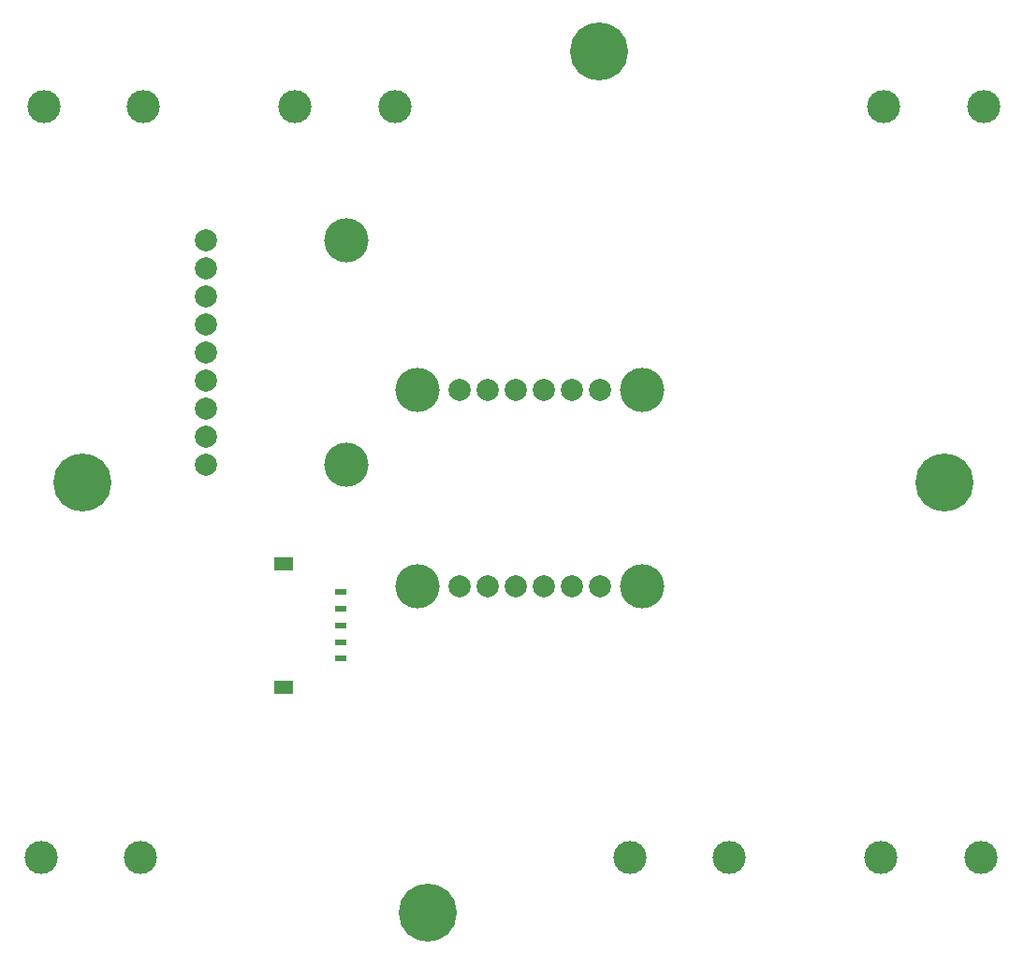
<source format=gbr>
%TF.GenerationSoftware,KiCad,Pcbnew,(5.1.10)-1*%
%TF.CreationDate,2022-06-07T21:04:52-07:00*%
%TF.ProjectId,solar-panel-side-Z,736f6c61-722d-4706-916e-656c2d736964,1.1*%
%TF.SameCoordinates,Original*%
%TF.FileFunction,Soldermask,Bot*%
%TF.FilePolarity,Negative*%
%FSLAX46Y46*%
G04 Gerber Fmt 4.6, Leading zero omitted, Abs format (unit mm)*
G04 Created by KiCad (PCBNEW (5.1.10)-1) date 2022-06-07 21:04:52*
%MOMM*%
%LPD*%
G01*
G04 APERTURE LIST*
%ADD10C,3.000000*%
%ADD11C,5.250000*%
%ADD12C,2.000000*%
%ADD13C,4.000000*%
%ADD14R,1.800000X1.250000*%
%ADD15R,1.000000X0.600000*%
G04 APERTURE END LIST*
D10*
%TO.C,SC5*%
X160000000Y-119000000D03*
X169000000Y-119000000D03*
%TD*%
D11*
%TO.C,J5*%
X188500000Y-85000000D03*
%TD*%
%TO.C,J4*%
X157250000Y-46000000D03*
%TD*%
%TO.C,J3*%
X141750000Y-124000000D03*
%TD*%
%TO.C,J2*%
X110500000Y-85000000D03*
%TD*%
D12*
%TO.C,U4*%
X147190000Y-76610000D03*
X144650000Y-76610000D03*
D13*
X140840000Y-76610000D03*
D12*
X157350000Y-76610000D03*
D13*
X161160000Y-76610000D03*
D12*
X154810000Y-76610000D03*
X152270000Y-76610000D03*
X149730000Y-76610000D03*
D13*
X161160000Y-94390000D03*
D12*
X154810000Y-94390000D03*
X152270000Y-94390000D03*
X157350000Y-94390000D03*
X144650000Y-94390000D03*
X147190000Y-94390000D03*
X149730000Y-94390000D03*
D13*
X140840000Y-94390000D03*
%TD*%
D14*
%TO.C,J1*%
X128668000Y-92360001D03*
X128668000Y-103569999D03*
D15*
X133858000Y-94964999D03*
X133858000Y-96464999D03*
X133858000Y-97965001D03*
X133858000Y-99465000D03*
X133858000Y-100965000D03*
%TD*%
D12*
%TO.C,U5*%
X121650000Y-75790000D03*
X121650000Y-73250000D03*
X121650000Y-70710000D03*
X121650000Y-83410000D03*
X121650000Y-78330000D03*
X121650000Y-80870000D03*
D13*
X134350000Y-63090000D03*
X134350000Y-83410000D03*
D12*
X121650000Y-65630000D03*
X121650000Y-68170000D03*
X121650000Y-63090000D03*
%TD*%
D10*
%TO.C,SC4*%
X191750000Y-119000000D03*
X182750000Y-119000000D03*
%TD*%
%TO.C,SC6*%
X115750000Y-119000000D03*
X106750000Y-119000000D03*
%TD*%
%TO.C,SC3*%
X183000000Y-51000000D03*
X192000000Y-51000000D03*
%TD*%
%TO.C,SC2*%
X138750000Y-51000000D03*
X129750000Y-51000000D03*
%TD*%
%TO.C,SC1*%
X116006000Y-51008000D03*
X107006000Y-51008000D03*
%TD*%
M02*

</source>
